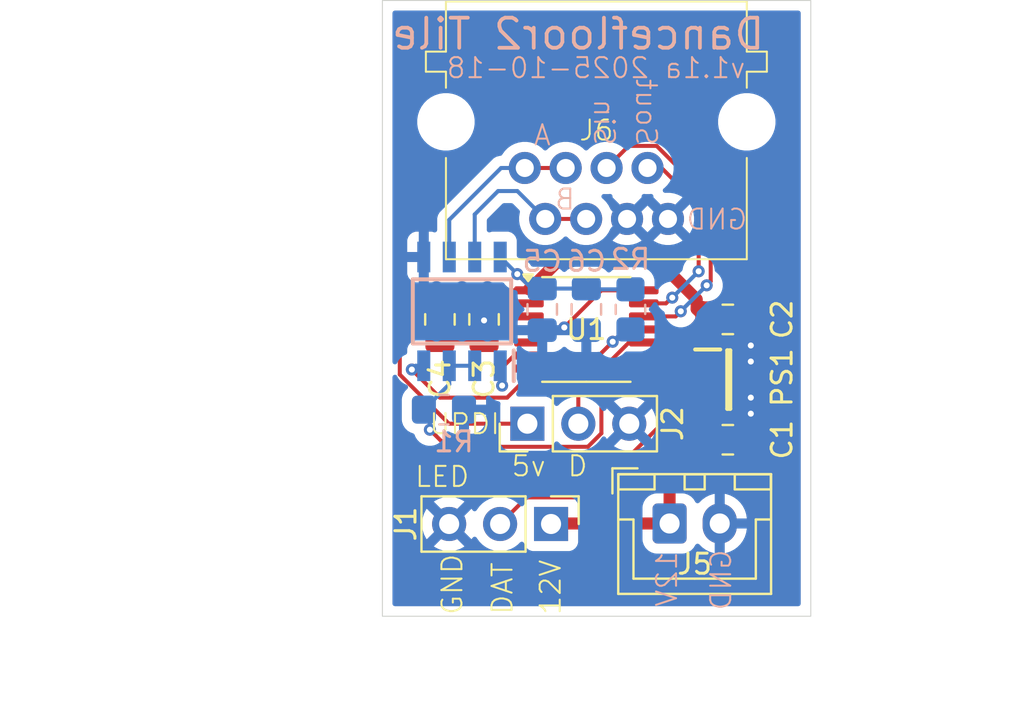
<source format=kicad_pcb>
(kicad_pcb (version 20241229) (generator "pcbnew") (generator_version "9.0")
  (layers (0 "F.Cu" signal) (2 "B.Cu" signal) (13 "F.Paste" user) (15 "B.Paste" user) (5 "F.SilkS" user "F.Silkscreen") (7 "B.SilkS" user "B.Silkscreen") (1 "F.Mask" user) (3 "B.Mask" user) (25 "Edge.Cuts" user))
  (net 0 "")
  (net 1 "GND")
  (net 2 "+12V")
  (net 3 "+5V")
  (net 4 "/XDIR")
  (net 5 "/TxD")
  (net 6 "/TRCV-B")
  (net 7 "/RxD")
  (net 8 "/TRCV-A")
  (net 9 "/LED_Data")
  (net 10 "/UDPI_Data")
  (net 11 "/SENSE_IN")
  (net 12 "/SENSE_OUT")
  (footprint "Package_SO:TSSOP-14_4.4x5mm_P0.65mm" (layer "F.Cu") (at 150.7 81.1)
    (property "Reference" "U1" (at 0 0 180) (layer "F.SilkS"))
    (property "Value" "ATtiny3224-X")
    (fp_line (start 0 -2.61) (end -2.2 -2.61) (stroke (width 0.12)) (layer "F.SilkS"))
    (fp_line (start 0 -2.61) (end 2.2 -2.61) (stroke (width 0.12)) (layer "F.SilkS"))
    (fp_line (start 0 2.61) (end -2.2 2.61) (stroke (width 0.12)) (layer "F.SilkS"))
    (fp_line (start 0 2.61) (end 2.2 2.61) (stroke (width 0.12)) (layer "F.SilkS"))
    (fp_poly (pts (xy -2.9 -2.41) (xy -3.14 -2.74) (xy -2.66 -2.74)) (stroke (width 0.12)) (fill yes) (layer "F.SilkS"))
    (pad "1" smd roundrect (at -2.8625 -1.95) (size 1.475 0.4) (layers "F.Cu" "F.Mask" "F.Paste") (net 3 "+5V"))
    (pad "2" smd roundrect (at -2.8625 -1.3) (size 1.475 0.4) (layers "F.Cu" "F.Mask" "F.Paste"))
    (pad "3" smd roundrect (at -2.8625 -0.65) (size 1.475 0.4) (layers "F.Cu" "F.Mask" "F.Paste"))
    (pad "4" smd roundrect (at -2.8625 0) (size 1.475 0.4) (layers "F.Cu" "F.Mask" "F.Paste"))
    (pad "5" smd roundrect (at -2.8625 0.65) (size 1.475 0.4) (layers "F.Cu" "F.Mask" "F.Paste"))
    (pad "6" smd roundrect (at -2.8625 1.3) (size 1.475 0.4) (layers "F.Cu" "F.Mask" "F.Paste") (net 7 "/RxD"))
    (pad "7" smd roundrect (at -2.8625 1.95) (size 1.475 0.4) (layers "F.Cu" "F.Mask" "F.Paste") (net 5 "/TxD"))
    (pad "8" smd roundrect (at 2.8625 1.95) (size 1.475 0.4) (layers "F.Cu" "F.Mask" "F.Paste"))
    (pad "9" smd roundrect (at 2.8625 1.3) (size 1.475 0.4) (layers "F.Cu" "F.Mask" "F.Paste") (net 4 "/XDIR"))
    (pad "10" smd roundrect (at 2.8625 0.65) (size 1.475 0.4) (layers "F.Cu" "F.Mask" "F.Paste") (net 10 "/UDPI_Data"))
    (pad "11" smd roundrect (at 2.8625 0) (size 1.475 0.4) (layers "F.Cu" "F.Mask" "F.Paste") (net 9 "/LED_Data"))
    (pad "12" smd roundrect (at 2.8625 -0.65) (size 1.475 0.4) (layers "F.Cu" "F.Mask" "F.Paste") (net 11 "/SENSE_IN"))
    (pad "13" smd roundrect (at 2.8625 -1.3) (size 1.475 0.4) (layers "F.Cu" "F.Mask" "F.Paste") (net 12 "/SENSE_OUT"))
    (pad "14" smd roundrect (at 2.8625 -1.95) (size 1.475 0.4) (layers "F.Cu" "F.Mask" "F.Paste") (net 1 "GND"))
  )
  (footprint "Capacitor_SMD:C_0805_2012Metric_Pad1.18x1.45mm_HandSolder" (layer "F.Cu") (at 143.4 80.6 -90)
    (property "Reference" "C4" (at 2.9625 0 90) (layer "F.SilkS"))
    (property "Value" "10uF")
    (fp_line (start -0.261252 0.735) (end 0.261252 0.735) (stroke (width 0.12)) (layer "F.SilkS"))
    (fp_line (start -0.261252 -0.735) (end 0.261252 -0.735) (stroke (width 0.12)) (layer "F.SilkS"))
    (pad "1" smd roundrect (at -1.0375 0 270) (size 1.175 1.45) (layers "F.Cu" "F.Mask" "F.Paste") (roundrect_rratio 0.212766) (net 3 "+5V"))
    (pad "2" smd roundrect (at 1.0375 0 270) (size 1.175 1.45) (layers "F.Cu" "F.Mask" "F.Paste") (roundrect_rratio 0.212766) (net 1 "GND"))
  )
  (footprint "TLV76050DBZR:SOT95P237X112-3N" (layer "F.Cu") (at 157.8 83.6)
    (property "Reference" "PS1" (at 2.655 -0.1 90) (layer "F.SilkS"))
    (property "Value" "TLV76050DBZR" (hide yes))
    (fp_line (start -1.675 -1.5) (end -0.425 -1.5) (stroke (width 0.2)) (layer "F.SilkS"))
    (fp_line (start -0.075 -1.46) (end 0.075 -1.46) (stroke (width 0.2)) (layer "F.SilkS"))
    (fp_line (start -0.075 1.46) (end -0.075 -1.46) (stroke (width 0.2)) (layer "F.SilkS"))
    (fp_line (start 0.075 -1.46) (end 0.075 1.46) (stroke (width 0.2)) (layer "F.SilkS"))
    (fp_line (start 0.075 1.46) (end -0.075 1.46) (stroke (width 0.2)) (layer "F.SilkS"))
    (pad "1" smd rect (at -1.05 -0.95 90) (size 0.6 1.25) (layers "F.Cu" "F.Mask" "F.Paste") (net 3 "+5V"))
    (pad "2" smd rect (at -1.05 0.95 90) (size 0.6 1.25) (layers "F.Cu" "F.Mask" "F.Paste") (net 2 "+12V"))
    (pad "3" smd rect (at 1.05 0 90) (size 0.6 1.25) (layers "F.Cu" "F.Mask" "F.Paste") (net 1 "GND"))
  )
  (footprint "Capacitor_SMD:C_0805_2012Metric_Pad1.18x1.45mm_HandSolder" (layer "F.Cu") (at 145.6 80.6 -90)
    (property "Reference" "C3" (at 2.9625 0 90) (layer "F.SilkS"))
    (property "Value" "0.1uF")
    (fp_line (start -0.261252 0.735) (end 0.261252 0.735) (stroke (width 0.12)) (layer "F.SilkS"))
    (fp_line (start -0.261252 -0.735) (end 0.261252 -0.735) (stroke (width 0.12)) (layer "F.SilkS"))
    (pad "1" smd roundrect (at -1.0375 0 270) (size 1.175 1.45) (layers "F.Cu" "F.Mask" "F.Paste") (roundrect_rratio 0.212766) (net 3 "+5V"))
    (pad "2" smd roundrect (at 1.0375 0 270) (size 1.175 1.45) (layers "F.Cu" "F.Mask" "F.Paste") (roundrect_rratio 0.212766) (net 1 "GND"))
  )
  (footprint "Capacitor_SMD:C_0805_2012Metric_Pad1.18x1.45mm_HandSolder" (layer "F.Cu") (at 157.755 86.6)
    (property "Reference" "C1" (at 2.7 0 90) (layer "F.SilkS"))
    (property "Value" "0.1uF")
    (fp_line (start -0.261252 -0.735) (end 0.261252 -0.735) (stroke (width 0.12)) (layer "F.SilkS"))
    (fp_line (start -0.261252 0.735) (end 0.261252 0.735) (stroke (width 0.12)) (layer "F.SilkS"))
    (pad "1" smd roundrect (at -1.0375 0) (size 1.175 1.45) (layers "F.Cu" "F.Mask" "F.Paste") (roundrect_rratio 0.212766) (net 2 "+12V"))
    (pad "2" smd roundrect (at 1.0375 0) (size 1.175 1.45) (layers "F.Cu" "F.Mask" "F.Paste") (roundrect_rratio 0.212766) (net 1 "GND"))
  )
  (footprint "Connector_PinHeader_2.54mm:PinHeader_1x03_P2.54mm_Vertical" (layer "F.Cu") (at 148.94 90.8 -90)
    (property "Reference" "J1" (at 0 7.24 90) (layer "F.SilkS"))
    (property "Value" "LED Strip")
    (fp_line (start -1.38 6.46) (end 1.38 6.46) (stroke (width 0.12)) (layer "F.SilkS"))
    (fp_line (start -1.38 1.27) (end -1.38 6.46) (stroke (width 0.12)) (layer "F.SilkS"))
    (fp_line (start -1.38 1.27) (end 1.38 1.27) (stroke (width 0.12)) (layer "F.SilkS"))
    (fp_line (start 1.38 1.27) (end 1.38 6.46) (stroke (width 0.12)) (layer "F.SilkS"))
    (fp_line (start -1.38 0) (end -1.38 -1.38) (stroke (width 0.12)) (layer "F.SilkS"))
    (fp_line (start -1.38 -1.38) (end 0 -1.38) (stroke (width 0.12)) (layer "F.SilkS"))
    (pad "1" thru_hole rect (at 0 0 270) (size 1.7 1.7) (drill 1) (layers "*.Cu" "*.Mask") (net 2 "+12V"))
    (pad "2" thru_hole circle (at 0 2.54 270) (size 1.7 1.7) (drill 1) (layers "*.Cu" "*.Mask") (net 9 "/LED_Data"))
    (pad "3" thru_hole circle (at 0 5.08 270) (size 1.7 1.7) (drill 1) (layers "*.Cu" "*.Mask") (net 1 "GND"))
  )
  (footprint "Capacitor_SMD:C_0805_2012Metric_Pad1.18x1.45mm_HandSolder" (layer "F.Cu") (at 157.755 80.6)
    (property "Reference" "C2" (at 2.7 0 90) (layer "F.SilkS"))
    (property "Value" "0.1uF")
    (fp_line (start -0.261252 -0.735) (end 0.261252 -0.735) (stroke (width 0.12)) (layer "F.SilkS"))
    (fp_line (start -0.261252 0.735) (end 0.261252 0.735) (stroke (width 0.12)) (layer "F.SilkS"))
    (pad "1" smd roundrect (at -1.0375 0) (size 1.175 1.45) (layers "F.Cu" "F.Mask" "F.Paste") (roundrect_rratio 0.212766) (net 3 "+5V"))
    (pad "2" smd roundrect (at 1.0375 0) (size 1.175 1.45) (layers "F.Cu" "F.Mask" "F.Paste") (roundrect_rratio 0.212766) (net 1 "GND"))
  )
  (footprint "Garth:6P6C RA RJ45 Jack" (layer "F.Cu") (at 151.2 73.05 180)
    (property "Reference" "J6" (at 0 1.875 0) (layer "F.SilkS") (effects (font (thickness 0.1))))
    (property "Value" "RS-485 Jack")
    (fp_line (start 8.5 5.8) (end 8.5 4.8) (stroke (width 0.1)) (layer "F.SilkS"))
    (fp_line (start 8.5 4.8) (end 7.5 4.8) (stroke (width 0.1)) (layer "F.SilkS"))
    (fp_line (start 7.5 8.3) (end 7.5 5.8) (stroke (width 0.1)) (layer "F.SilkS"))
    (fp_line (start 7.5 5.8) (end 8.5 5.8) (stroke (width 0.1)) (layer "F.SilkS"))
    (fp_line (start 7.5 4.8) (end 7.5 4) (stroke (width 0.1)) (layer "F.SilkS"))
    (fp_line (start 7.5 -4.55) (end 7.5 0.5) (stroke (width 0.1)) (layer "F.SilkS"))
    (fp_line (start 7.5 -4.55) (end -7.5 -4.55) (stroke (width 0.1)) (layer "F.SilkS"))
    (fp_line (start -7.5 8.3) (end 7.5 8.3) (stroke (width 0.1)) (layer "F.SilkS"))
    (fp_line (start -7.5 8.3) (end -7.5 5.8) (stroke (width 0.1)) (layer "F.SilkS"))
    (fp_line (start -7.5 5.8) (end -8.5 5.8) (stroke (width 0.1)) (layer "F.SilkS"))
    (fp_line (start -7.5 4.8) (end -7.5 4) (stroke (width 0.1)) (layer "F.SilkS"))
    (fp_line (start -7.5 -4.55) (end -7.5 0.5) (stroke (width 0.1)) (layer "F.SilkS"))
    (fp_line (start -8.5 5.8) (end -8.5 4.8) (stroke (width 0.1)) (layer "F.SilkS"))
    (fp_line (start -8.5 4.8) (end -7.5 4.8) (stroke (width 0.1)) (layer "F.SilkS"))
    (pad "" np_thru_hole circle (at -7.5 2.3 180) (size 2.36 2.36) (drill 2.36) (layers "*.Cu" "*.Mask"))
    (pad "" np_thru_hole circle (at 7.5 2.3 180) (size 2.36 2.36) (drill 2.36) (layers "*.Cu" "*.Mask"))
    (pad "1" thru_hole circle (at 3.57 0 180) (size 1.6 1.6) (drill 0.9) (layers "*.Cu" "*.Mask") (net 8 "/TRCV-A"))
    (pad "2" thru_hole circle (at 2.55 -2.54 180) (size 1.6 1.6) (drill 0.9) (layers "*.Cu" "*.Mask") (net 6 "/TRCV-B"))
    (pad "3" thru_hole circle (at 1.53 0 180) (size 1.6 1.6) (drill 0.9) (layers "*.Cu" "*.Mask") (net 8 "/TRCV-A"))
    (pad "4" thru_hole circle (at 0.51 -2.54 180) (size 1.6 1.6) (drill 0.9) (layers "*.Cu" "*.Mask") (net 6 "/TRCV-B"))
    (pad "5" thru_hole circle (at -0.51 0 180) (size 1.6 1.6) (drill 0.9) (layers "*.Cu" "*.Mask") (net 11 "/SENSE_IN"))
    (pad "6" thru_hole circle (at -1.53 -2.54 180) (size 1.6 1.6) (drill 0.9) (layers "*.Cu" "*.Mask") (net 1 "GND"))
    (pad "7" thru_hole circle (at -2.55 0 180) (size 1.6 1.6) (drill 0.9) (layers "*.Cu" "*.Mask") (net 12 "/SENSE_OUT"))
    (pad "8" thru_hole circle (at -3.57 -2.54 180) (size 1.6 1.6) (drill 0.9) (layers "*.Cu" "*.Mask") (net 1 "GND"))
  )
  (footprint "Connector_PinHeader_2.54mm:PinHeader_1x03_P2.54mm_Vertical" (layer "F.Cu") (at 147.76 85.8 90)
    (property "Reference" "J2" (at 0 7.24 90) (layer "F.SilkS"))
    (property "Value" "UPDI")
    (fp_line (start -1.38 -1.38) (end 0 -1.38) (stroke (width 0.12)) (layer "F.SilkS"))
    (fp_line (start -1.38 0) (end -1.38 -1.38) (stroke (width 0.12)) (layer "F.SilkS"))
    (fp_line (start 1.38 1.27) (end 1.38 6.46) (stroke (width 0.12)) (layer "F.SilkS"))
    (fp_line (start -1.38 1.27) (end 1.38 1.27) (stroke (width 0.12)) (layer "F.SilkS"))
    (fp_line (start -1.38 1.27) (end -1.38 6.46) (stroke (width 0.12)) (layer "F.SilkS"))
    (fp_line (start -1.38 6.46) (end 1.38 6.46) (stroke (width 0.12)) (layer "F.SilkS"))
    (pad "1" thru_hole rect (at 0 0 90) (size 1.7 1.7) (drill 1) (layers "*.Cu" "*.Mask") (net 3 "+5V"))
    (pad "2" thru_hole circle (at 0 2.54 90) (size 1.7 1.7) (drill 1) (layers "*.Cu" "*.Mask") (net 10 "/UDPI_Data"))
    (pad "3" thru_hole circle (at 0 5.08 90) (size 1.7 1.7) (drill 1) (layers "*.Cu" "*.Mask") (net 1 "GND"))
  )
  (footprint "Connector_JST:JST_XH_B2B-XH-A_1x02_P2.50mm_Vertical" (layer "F.Cu") (at 154.85 90.775)
    (property "Reference" "J5" (at 1.25 2.025 0) (layer "F.SilkS"))
    (property "Value" "12V")
    (fp_line (start -2.85 -2.75) (end -2.85 -1.5) (stroke (width 0.12)) (layer "F.SilkS"))
    (fp_line (start -2.56 -2.46) (end -2.56 3.51) (stroke (width 0.12)) (layer "F.SilkS"))
    (fp_line (start -2.56 3.51) (end 5.06 3.51) (stroke (width 0.12)) (layer "F.SilkS"))
    (fp_line (start -2.55 -2.45) (end -2.55 -1.7) (stroke (width 0.12)) (layer "F.SilkS"))
    (fp_line (start -2.55 -1.7) (end -0.75 -1.7) (stroke (width 0.12)) (layer "F.SilkS"))
    (fp_line (start -2.55 -0.2) (end -1.8 -0.2) (stroke (width 0.12)) (layer "F.SilkS"))
    (fp_line (start -1.8 -0.2) (end -1.8 2.75) (stroke (width 0.12)) (layer "F.SilkS"))
    (fp_line (start -1.8 2.75) (end 1.25 2.75) (stroke (width 0.12)) (layer "F.SilkS"))
    (fp_line (start -1.6 -2.75) (end -2.85 -2.75) (stroke (width 0.12)) (layer "F.SilkS"))
    (fp_line (start -0.75 -2.45) (end -2.55 -2.45) (stroke (width 0.12)) (layer "F.SilkS"))
    (fp_line (start -0.75 -1.7) (end -0.75 -2.45) (stroke (width 0.12)) (layer "F.SilkS"))
    (fp_line (start 0.75 -2.45) (end 0.75 -1.7) (stroke (width 0.12)) (layer "F.SilkS"))
    (fp_line (start 0.75 -1.7) (end 1.75 -1.7) (stroke (width 0.12)) (layer "F.SilkS"))
    (fp_line (start 1.75 -2.45) (end 0.75 -2.45) (stroke (width 0.12)) (layer "F.SilkS"))
    (fp_line (start 1.75 -1.7) (end 1.75 -2.45) (stroke (width 0.12)) (layer "F.SilkS"))
    (fp_line (start 3.25 -2.45) (end 3.25 -1.7) (stroke (width 0.12)) (layer "F.SilkS"))
    (fp_line (start 3.25 -1.7) (end 5.05 -1.7) (stroke (width 0.12)) (layer "F.SilkS"))
    (fp_line (start 4.3 -0.2) (end 4.3 2.75) (stroke (width 0.12)) (layer "F.SilkS"))
    (fp_line (start 4.3 2.75) (end 1.25 2.75) (stroke (width 0.12)) (layer "F.SilkS"))
    (fp_line (start 5.05 -2.45) (end 3.25 -2.45) (stroke (width 0.12)) (layer "F.SilkS"))
    (fp_line (start 5.05 -1.7) (end 5.05 -2.45) (stroke (width 0.12)) (layer "F.SilkS"))
    (fp_line (start 5.05 -0.2) (end 4.3 -0.2) (stroke (width 0.12)) (layer "F.SilkS"))
    (fp_line (start 5.06 -2.46) (end -2.56 -2.46) (stroke (width 0.12)) (layer "F.SilkS"))
    (fp_line (start 5.06 3.51) (end 5.06 -2.46) (stroke (width 0.12)) (layer "F.SilkS"))
    (pad "1" thru_hole roundrect (at 0 0) (size 1.7 2) (drill 1) (layers "*.Cu" "*.Mask") (roundrect_rratio 0.147059) (net 2 "+12V"))
    (pad "2" thru_hole oval (at 2.5 0) (size 1.7 2) (drill 1) (layers "*.Cu" "*.Mask") (net 1 "GND"))
  )
  (footprint "Capacitor_SMD:C_0805_2012Metric_Pad1.18x1.45mm_HandSolder" (layer "B.Cu") (at 150.7 80.1 -90)
    (property "Reference" "C6" (at -2.4 0 180) (layer "B.SilkS") (effects (justify mirror)))
    (property "Value" "100nF")
    (fp_line (start -0.261252 0.735) (end 0.261252 0.735) (stroke (width 0.12)) (layer "B.SilkS"))
    (fp_line (start -0.261252 -0.735) (end 0.261252 -0.735) (stroke (width 0.12)) (layer "B.SilkS"))
    (pad "1" smd roundrect (at -1.0375 0 270) (size 1.175 1.45) (layers "B.Cu" "B.Mask" "B.Paste") (roundrect_rratio 0.212766) (net 3 "+5V"))
    (pad "2" smd roundrect (at 1.0375 0 270) (size 1.175 1.45) (layers "B.Cu" "B.Mask" "B.Paste") (roundrect_rratio 0.212766) (net 1 "GND"))
  )
  (footprint "Resistor_SMD:R_0805_2012Metric_Pad1.20x1.40mm_HandSolder" (layer "B.Cu") (at 143.6 85.1)
    (property "Reference" "R1" (at 0.5 1.6 180) (layer "B.SilkS") (effects (justify mirror)))
    (property "Value" "10K")
    (fp_line (start -0.227064 -0.735) (end 0.227064 -0.735) (stroke (width 0.12)) (layer "B.SilkS"))
    (fp_line (start -0.227064 0.735) (end 0.227064 0.735) (stroke (width 0.12)) (layer "B.SilkS"))
    (pad "1" smd roundrect (at -1 0) (size 1.2 1.4) (layers "B.Cu" "B.Mask" "B.Paste") (roundrect_rratio 0.208333) (net 4 "/XDIR"))
    (pad "2" smd roundrect (at 1 0) (size 1.2 1.4) (layers "B.Cu" "B.Mask" "B.Paste") (roundrect_rratio 0.208333) (net 1 "GND"))
  )
  (footprint "Capacitor_SMD:C_0805_2012Metric_Pad1.18x1.45mm_HandSolder" (layer "B.Cu") (at 148.5 80.1 -90)
    (property "Reference" "C5" (at -2.4 0 180) (layer "B.SilkS") (effects (justify mirror)))
    (property "Value" "100nF")
    (fp_line (start -0.261252 0.735) (end 0.261252 0.735) (stroke (width 0.12)) (layer "B.SilkS"))
    (fp_line (start -0.261252 -0.735) (end 0.261252 -0.735) (stroke (width 0.12)) (layer "B.SilkS"))
    (pad "1" smd roundrect (at -1.0375 0 270) (size 1.175 1.45) (layers "B.Cu" "B.Mask" "B.Paste") (roundrect_rratio 0.212766) (net 3 "+5V"))
    (pad "2" smd roundrect (at 1.0375 0 270) (size 1.175 1.45) (layers "B.Cu" "B.Mask" "B.Paste") (roundrect_rratio 0.212766) (net 1 "GND"))
  )
  (footprint "THVD1420DR:SOIC127P600X175-8N" (layer "B.Cu") (at 144.5 80.2 90)
    (property "Reference" "IC1" (hide yes))
    (property "Value" "THVD1420DR" (hide yes))
    (fp_line (start 1.598 -2.452) (end -1.598 -2.452) (stroke (width 0.2)) (layer "B.SilkS"))
    (fp_line (start -1.598 -2.452) (end -1.598 2.452) (stroke (width 0.2)) (layer "B.SilkS"))
    (fp_line (start 1.598 2.452) (end 1.598 -2.452) (stroke (width 0.2)) (layer "B.SilkS"))
    (fp_line (start -1.598 2.452) (end 1.598 2.452) (stroke (width 0.2)) (layer "B.SilkS"))
    (fp_line (start -3.475 2.58) (end -1.948 2.58) (stroke (width 0.2)) (layer "B.SilkS"))
    (pad "1" smd rect (at -2.711 1.905) (size 0.65 1.528) (layers "B.Cu" "B.Mask" "B.Paste") (net 7 "/RxD"))
    (pad "2" smd rect (at -2.711 0.635) (size 0.65 1.528) (layers "B.Cu" "B.Mask" "B.Paste") (net 4 "/XDIR"))
    (pad "3" smd rect (at -2.711 -0.635) (size 0.65 1.528) (layers "B.Cu" "B.Mask" "B.Paste") (net 4 "/XDIR"))
    (pad "4" smd rect (at -2.711 -1.905) (size 0.65 1.528) (layers "B.Cu" "B.Mask" "B.Paste") (net 5 "/TxD"))
    (pad "5" smd rect (at 2.711 -1.905) (size 0.65 1.528) (layers "B.Cu" "B.Mask" "B.Paste") (net 1 "GND"))
    (pad "6" smd rect (at 2.711 -0.635) (size 0.65 1.528) (layers "B.Cu" "B.Mask" "B.Paste") (net 8 "/TRCV-A"))
    (pad "7" smd rect (at 2.711 0.635) (size 0.65 1.528) (layers "B.Cu" "B.Mask" "B.Paste") (net 6 "/TRCV-B"))
    (pad "8" smd rect (at 2.711 1.905) (size 0.65 1.528) (layers "B.Cu" "B.Mask" "B.Paste") (net 3 "+5V"))
  )
  (footprint "Resistor_SMD:R_0805_2012Metric_Pad1.20x1.40mm_HandSolder" (layer "B.Cu") (at 152.9 80.1 -90)
    (property "Reference" "R2" (at -2.5 0 0) (layer "B.SilkS") (effects (justify mirror)))
    (property "Value" "10K")
    (fp_line (start -0.227064 0.735) (end 0.227064 0.735) (stroke (width 0.12)) (layer "B.SilkS"))
    (fp_line (start -0.227064 -0.735) (end 0.227064 -0.735) (stroke (width 0.12)) (layer "B.SilkS"))
    (pad "1" smd roundrect (at -1 0 270) (size 1.2 1.4) (layers "B.Cu" "B.Mask" "B.Paste") (roundrect_rratio 0.208333) (net 3 "+5V"))
    (pad "2" smd roundrect (at 1 0 270) (size 1.2 1.4) (layers "B.Cu" "B.Mask" "B.Paste") (roundrect_rratio 0.208333) (net 7 "/RxD"))
  )
  (gr_rect (start 140.532452 64.7) (end 161.889563 95.4) (stroke (width 0.05)) (fill no) (layer "Edge.Cuts"))
  (gr_text "D" (at 149.7 88.5 0) (layer "F.SilkS") (effects (font (size 1 1) (thickness 0.1)) (justify left bottom)))
  (gr_text "LED" (at 142.09 89.03 0) (layer "F.SilkS") (effects (font (size 1 1) (thickness 0.1)) (justify left bottom)))
  (gr_text "UPDI" (at 142.8 86.4 0) (layer "F.SilkS") (effects (font (size 1 1) (thickness 0.1)) (justify left bottom)))
  (gr_text "DAT\n" (at 147.1 95.384549 90) (layer "F.SilkS") (effects (font (size 1 1) (thickness 0.1)) (justify left bottom)))
  (gr_text "GND" (at 144.6 95.4 90) (layer "F.SilkS") (effects (font (size 1 1) (thickness 0.1)) (justify left bottom)))
  (gr_text "5v" (at 146.9 88.5 0) (layer "F.SilkS") (effects (font (size 1 1) (thickness 0.1)) (justify left bottom)))
  (gr_text "12V" (at 149.5 95.4 90) (layer "F.SilkS") (effects (font (size 1 1) (thickness 0.1)) (justify left bottom)))
  (gr_text "Dancefloor2 Tile" (at 159.7 67.25 0) (layer "B.SilkS") (effects (font (size 1.5 1.5) (thickness 0.1875)) (justify left bottom mirror)))
  (gr_text "GND" (at 158 92 90) (layer "B.SilkS") (effects (font (size 1 1) (thickness 0.1)) (justify left bottom mirror)))
  (gr_text "Sin\n" (at 151 72 270) (layer "B.SilkS") (effects (font (size 1 1) (thickness 0.1)) (justify left bottom mirror)))
  (gr_text "B" (at 150.2 75.2 0) (layer "B.SilkS") (effects (font (size 1 1) (thickness 0.1)) (justify left bottom mirror)))
  (gr_text "GND" (at 158.8 76.2 0) (layer "B.SilkS") (effects (font (size 1 1) (thickness 0.1)) (justify left bottom mirror)))
  (gr_text "12V" (at 155.3 92.1 90) (layer "B.SilkS") (effects (font (size 1 1) (thickness 0.1)) (justify left bottom mirror)))
  (gr_text "v1.1a 2025-10-18" (at 158.7 68.65 0) (layer "B.SilkS") (effects (font (size 1 1) (thickness 0.1)) (justify left bottom mirror)))
  (gr_text "Sout" (at 153.1 72 270) (layer "B.SilkS") (effects (font (size 1 1) (thickness 0.1)) (justify left bottom mirror)))
  (gr_text "A" (at 149 72 0) (layer "B.SilkS") (effects (font (size 1 1) (thickness 0.1)) (justify left bottom mirror)))
  (segment (start 151.45 79.15) (end 149.6 81) (width 0.2) (layer "F.Cu") (net 1))
  (segment (start 143.4 81.6375) (end 145.6 81.6375) (width 0.2) (layer "F.Cu") (net 1))
  (segment (start 153.5625 79.15) (end 151.45 79.15) (width 0.2) (layer "F.Cu") (net 1))
  (segment (start 145.6 81.6375) (end 145.6 80.65) (width 0.2) (layer "F.Cu") (net 1))
  (via (at 149.6 81) (size 0.6) (drill 0.3) (layers "F.Cu" "B.Cu") (net 1))
  (via (at 158.9 82.7) (size 0.6) (drill 0.3) (layers "F.Cu" "B.Cu") (net 1))
  (via (at 158.9 84.5) (size 0.6) (drill 0.3) (layers "F.Cu" "B.Cu") (net 1))
  (via (at 158.9 85.3) (size 0.6) (drill 0.3) (layers "F.Cu" "B.Cu") (net 1))
  (via (at 158.9 81.9) (size 0.6) (drill 0.3) (layers "F.Cu" "B.Cu") (net 1))
  (via (at 145.6 80.65) (size 0.6) (drill 0.3) (layers "F.Cu" "B.Cu") (net 1))
  (segment (start 155.7175 86.6) (end 156.7175 86.6) (width 0.6) (layer "F.Cu") (net 2))
  (segment (start 148.965 90.775) (end 148.94 90.8) (width 0.6) (layer "F.Cu") (net 2))
  (segment (start 154.85 87.4675) (end 155.7175 86.6) (width 0.6) (layer "F.Cu") (net 2))
  (segment (start 154.85 90.775) (end 154.85 87.4675) (width 0.6) (layer "F.Cu") (net 2))
  (segment (start 154.85 90.775) (end 148.965 90.775) (width 0.6) (layer "F.Cu") (net 2))
  (segment (start 149.5365 77.4) (end 149.5365 77.451) (width 0.6) (layer "F.Cu") (net 3))
  (segment (start 156.2 79.6) (end 154 77.4) (width 0.6) (layer "F.Cu") (net 3))
  (segment (start 147.8375 78.9215) (end 147.258 78.342) (width 0.2) (layer "F.Cu") (net 3))
  (segment (start 147.8885 79.099) (end 147.8375 79.099) (width 0.6) (layer "F.Cu") (net 3))
  (segment (start 143.850057 85.8) (end 141.399 83.348943) (width 0.2) (layer "F.Cu") (net 3))
  (segment (start 147.8375 79.15) (end 147.8375 78.9215) (width 0.2) (layer "F.Cu") (net 3))
  (segment (start 145.6 79.5625) (end 143.4 79.5625) (width 0.2) (layer "F.Cu") (net 3))
  (segment (start 156.75 82.65) (end 156.75 80.6325) (width 0.2) (layer "F.Cu") (net 3))
  (segment (start 156.2 80.0825) (end 156.2 79.6) (width 0.6) (layer "F.Cu") (net 3))
  (segment (start 149.5365 77.451) (end 147.8885 79.099) (width 0.6) (layer "F.Cu") (net 3))
  (segment (start 147.8375 79.15) (end 146.0125 79.15) (width 0.2) (layer "F.Cu") (net 3))
  (segment (start 156.7175 80.6) (end 156.2 80.0825) (width 0.6) (layer "F.Cu") (net 3))
  (segment (start 141.399 81.5635) (end 143.4 79.5625) (width 0.2) (layer "F.Cu") (net 3))
  (segment (start 147.76 85.8) (end 143.850057 85.8) (width 0.2) (layer "F.Cu") (net 3))
  (segment (start 141.399 83.348943) (end 141.399 81.5635) (width 0.2) (layer "F.Cu") (net 3))
  (segment (start 154 77.4) (end 149.5365 77.4) (width 0.6) (layer "F.Cu") (net 3))
  (segment (start 146.0125 79.15) (end 145.6 79.5625) (width 0.2) (layer "F.Cu") (net 3))
  (via (at 147.258 78.342) (size 0.6) (drill 0.3) (layers "F.Cu" "B.Cu") (net 3))
  (segment (start 148.5 79.0625) (end 147.9785 79.0625) (width 0.2) (layer "B.Cu") (net 3))
  (segment (start 152.9 79.1) (end 150.7375 79.1) (width 0.2) (layer "B.Cu") (net 3))
  (segment (start 147.9785 79.0625) (end 147.258 78.342) (width 0.2) (layer "B.Cu") (net 3))
  (segment (start 150.7 79.0625) (end 148.5 79.0625) (width 0.2) (layer "B.Cu") (net 3))
  (segment (start 150.7375 79.1) (end 150.7 79.0625) (width 0.2) (layer "B.Cu") (net 3))
  (segment (start 147.258 78.342) (end 146.405 77.489) (width 0.2) (layer "B.Cu") (net 3))
  (segment (start 153.5625 82.4) (end 152.90513 82.4) (width 0.2) (layer "F.Cu") (net 4))
  (segment (start 150.77676 86.951) (end 143.751 86.951) (width 0.2) (layer "F.Cu") (net 4))
  (segment (start 151.451 83.85413) (end 151.451 86.27676) (width 0.2) (layer "F.Cu") (net 4))
  (segment (start 143.751 86.951) (end 142.9 86.1) (width 0.2) (layer "F.Cu") (net 4))
  (segment (start 151.451 86.27676) (end 150.77676 86.951) (width 0.2) (layer "F.Cu") (net 4))
  (segment (start 152.90513 82.4) (end 151.451 83.85413) (width 0.2) (layer "F.Cu") (net 4))
  (via (at 142.9 86.1) (size 0.6) (drill 0.3) (layers "F.Cu" "B.Cu") (net 4))
  (segment (start 142.9 86.1) (end 142.9 85.4) (width 0.2) (layer "B.Cu") (net 4))
  (segment (start 142.9 85.4) (end 142.6 85.1) (width 0.2) (layer "B.Cu") (net 4))
  (segment (start 143.865 82.911) (end 143.865 83.835) (width 0.2) (layer "B.Cu") (net 4))
  (segment (start 143.865 83.835) (end 142.6 85.1) (width 0.2) (layer "B.Cu") (net 4))
  (segment (start 143.865 82.911) (end 145.135 82.911) (width 0.2) (layer "B.Cu") (net 4))
  (segment (start 143.401 84.501) (end 146.748943 84.501) (width 0.2) (layer "F.Cu") (net 5))
  (segment (start 146.748943 84.501) (end 147.8375 83.412443) (width 0.2) (layer "F.Cu") (net 5))
  (segment (start 147.8375 83.412443) (end 147.8375 83.05) (width 0.2) (layer "F.Cu") (net 5))
  (segment (start 142 83.1) (end 143.401 84.501) (width 0.2) (layer "F.Cu") (net 5))
  (via (at 142 83.1) (size 0.6) (drill 0.3) (layers "F.Cu" "B.Cu") (net 5))
  (segment (start 142.189 82.911) (end 142 83.1) (width 0.2) (layer "B.Cu") (net 5))
  (segment (start 142.595 82.911) (end 142.189 82.911) (width 0.2) (layer "B.Cu") (net 5))
  (segment (start 150.69 75.59) (end 148.65 75.59) (width 0.2) (layer "F.Cu") (net 6))
  (segment (start 147.26 74.2) (end 146.3 74.2) (width 0.2) (layer "B.Cu") (net 6))
  (segment (start 145.135 75.365) (end 145.135 77.489) (width 0.2) (layer "B.Cu") (net 6))
  (segment (start 148.65 75.59) (end 147.26 74.2) (width 0.2) (layer "B.Cu") (net 6))
  (segment (start 146.3 74.2) (end 145.135 75.365) (width 0.2) (layer "B.Cu") (net 6))
  (segment (start 152.013235 81.713236) (end 151.326471 82.4) (width 0.2) (layer "F.Cu") (net 7))
  (segment (start 151.326471 82.4) (end 147.8375 82.4) (width 0.2) (layer "F.Cu") (net 7))
  (segment (start 147.8375 82.4) (end 147.100001 82.4) (width 0.2) (layer "F.Cu") (net 7))
  (segment (start 147.100001 82.4) (end 146.5 83.000001) (width 0.2) (layer "F.Cu") (net 7))
  (segment (start 146.5 83.000001) (end 146.5 83.9) (width 0.2) (layer "F.Cu") (net 7))
  (via (at 152.013235 81.713236) (size 0.6) (drill 0.3) (layers "F.Cu" "B.Cu") (net 7))
  (via (at 146.5 83.9) (size 0.6) (drill 0.3) (layers "F.Cu" "B.Cu") (net 7))
  (segment (start 152.626471 81.1) (end 152.013235 81.713236) (width 0.2) (layer "B.Cu") (net 7))
  (segment (start 146.5 83.006) (end 146.405 82.911) (width 0.2) (layer "B.Cu") (net 7))
  (segment (start 146.5 83.9) (end 146.5 83.006) (width 0.2) (layer "B.Cu") (net 7))
  (segment (start 153 81.2) (end 152.9 81.1) (width 0.2) (layer "B.Cu") (net 7))
  (segment (start 152.9 81.1) (end 152.626471 81.1) (width 0.2) (layer "B.Cu") (net 7))
  (segment (start 149.67 73.05) (end 147.63 73.05) (width 0.2) (layer "F.Cu") (net 8))
  (segment (start 143.865 75.635) (end 143.865 77.489) (width 0.2) (layer "B.Cu") (net 8))
  (segment (start 147.63 73.05) (end 146.45 73.05) (width 0.2) (layer "B.Cu") (net 8))
  (segment (start 146.45 73.05) (end 143.865 75.635) (width 0.2) (layer "B.Cu") (net 8))
  (segment (start 150.79376 89.474) (end 154.601 85.66676) (width 0.2) (layer "F.Cu") (net 9))
  (segment (start 154.299999 81.1) (end 153.5625 81.1) (width 0.2) (layer "F.Cu") (net 9))
  (segment (start 147.726 89.474) (end 150.79376 89.474) (width 0.2) (layer "F.Cu") (net 9))
  (segment (start 154.601 85.66676) (end 154.601 81.401001) (width 0.2) (layer "F.Cu") (net 9))
  (segment (start 154.601 81.401001) (end 154.299999 81.1) (width 0.2) (layer "F.Cu") (net 9))
  (segment (start 146.4 90.8) (end 147.726 89.474) (width 0.2) (layer "F.Cu") (net 9))
  (segment (start 150.3 85.8) (end 150.3 84.275001) (width 0.2) (layer "F.Cu") (net 10))
  (segment (start 152.825001 81.75) (end 153.5625 81.75) (width 0.2) (layer "F.Cu") (net 10))
  (segment (start 150.3 84.275001) (end 152.825001 81.75) (width 0.2) (layer "F.Cu") (net 10))
  (segment (start 153.5625 80.45) (end 155.152229 80.45) (width 0.2) (layer "F.Cu") (net 11))
  (segment (start 152.811 71.949) (end 151.71 73.05) (width 0.2) (layer "F.Cu") (net 11))
  (segment (start 156.9 74.64295) (end 154.20605 71.949) (width 0.2) (layer "F.Cu") (net 11))
  (segment (start 154.20605 71.949) (end 152.811 71.949) (width 0.2) (layer "F.Cu") (net 11))
  (segment (start 156.9 78.7) (end 156.9 74.64295) (width 0.2) (layer "F.Cu") (net 11))
  (segment (start 155.152229 80.45) (end 155.40786 80.194369) (width 0.2) (layer "F.Cu") (net 11))
  (segment (start 156.7 78.9) (end 156.9 78.7) (width 0.2) (layer "F.Cu") (net 11))
  (via (at 156.7 78.9) (size 0.6) (drill 0.3) (layers "F.Cu" "B.Cu") (net 11))
  (via (at 155.40786 80.194369) (size 0.6) (drill 0.3) (layers "F.Cu" "B.Cu") (net 11))
  (segment (start 155.40786 80.194369) (end 155.40786 80.19214) (width 0.2) (layer "B.Cu") (net 11))
  (segment (start 155.40786 80.19214) (end 156.7 78.9) (width 0.2) (layer "B.Cu") (net 11))
  (segment (start 154.984314 79.515686) (end 154.955656 79.515686) (width 0.2) (layer "F.Cu") (net 12))
  (segment (start 156.3 74.9) (end 154.45 73.05) (width 0.2) (layer "F.Cu") (net 12))
  (segment (start 154.955656 79.515686) (end 154.671342 79.8) (width 0.2) (layer "F.Cu") (net 12))
  (segment (start 154.671342 79.8) (end 153.5625 79.8) (width 0.2) (layer "F.Cu") (net 12))
  (segment (start 154.45 73.05) (end 153.75 73.05) (width 0.2) (layer "F.Cu") (net 12))
  (segment (start 156.3 78.2) (end 156.3 74.9) (width 0.2) (layer "F.Cu") (net 12))
  (via (at 154.984314 79.515686) (size 0.6) (drill 0.3) (layers "F.Cu" "B.Cu") (net 12))
  (via (at 156.3 78.2) (size 0.6) (drill 0.3) (layers "F.Cu" "B.Cu") (net 12))
  (segment (start 156.3 78.2) (end 154.984314 79.515686) (width 0.2) (layer "B.Cu") (net 12))
  (zone (net 2) (net_name "+12V") (layer "F.Cu") (priority 1) (connect_pads yes (clearance 0.5)) (min_thickness 0.25) (fill yes (thermal_gap 0.5) (thermal_bridge_width 0.5))
    (polygon (pts (xy 157.8 84.2) (xy 157.8 87.58) (xy 155.875 87.58) (xy 155.875 84.2)))
  )
  (zone (net 3) (net_name "+5V") (layer "F.Cu") (priority 2) (connect_pads yes (clearance 0.5)) (min_thickness 0.25) (fill yes (thermal_gap 0.5) (thermal_bridge_width 0.5))
    (polygon (pts (xy 155.875 79.62) (xy 155.875 83.2) (xy 157.755 83.2) (xy 157.755 79.62)))
  )
  (zone (net 1) (net_name "GND") (layer "F.Cu") (priority 3) (connect_pads yes (clearance 0.5)) (min_thickness 0.25) (fill yes (thermal_gap 0.5) (thermal_bridge_width 0.5))
    (polygon (pts (xy 159.635 79.62) (xy 159.635 87.58) (xy 158.016252 87.58) (xy 158.016252 79.62)))
  )
  (zone (net 1) (net_name "GND") (layer "B.Cu") (connect_pads (clearance 0.5)) (min_thickness 0.25) (fill yes (thermal_gap 0.5) (thermal_bridge_width 0.5))
    (polygon (pts (xy 161.930437 95.384549) (xy 161.930437 64.758333) (xy 140.532452 64.758333) (xy 140.532452 95.384549)))
  )
)
</source>
